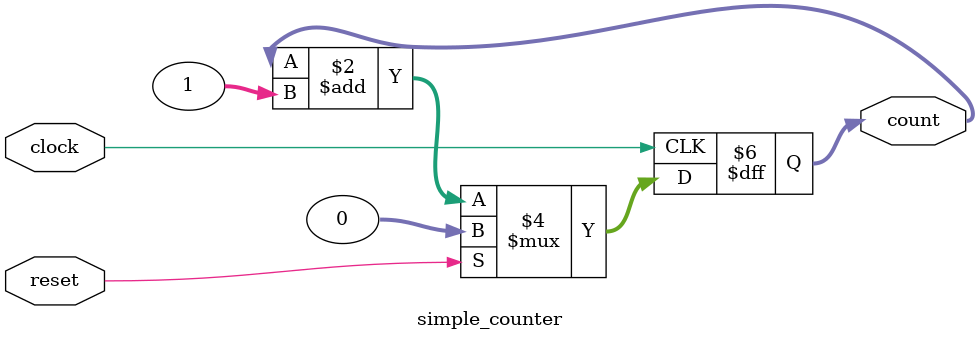
<source format=v>
module simple_counter (clock, reset, count);    // counter with synchronous reset
    input clock, reset;
    output [31:0] count;
  reg [31:0] count;  //using reg here means count is a variable that can store a value

    always @(posedge clock)  //at positive edge of clock or reset
    begin 
      if (reset)
        count = 32'b0; // count(32 bit no.) becomes 0 if reset is high, sir has taught the syntax later
        else
            count = count + 1;
    end
endmodule

</source>
